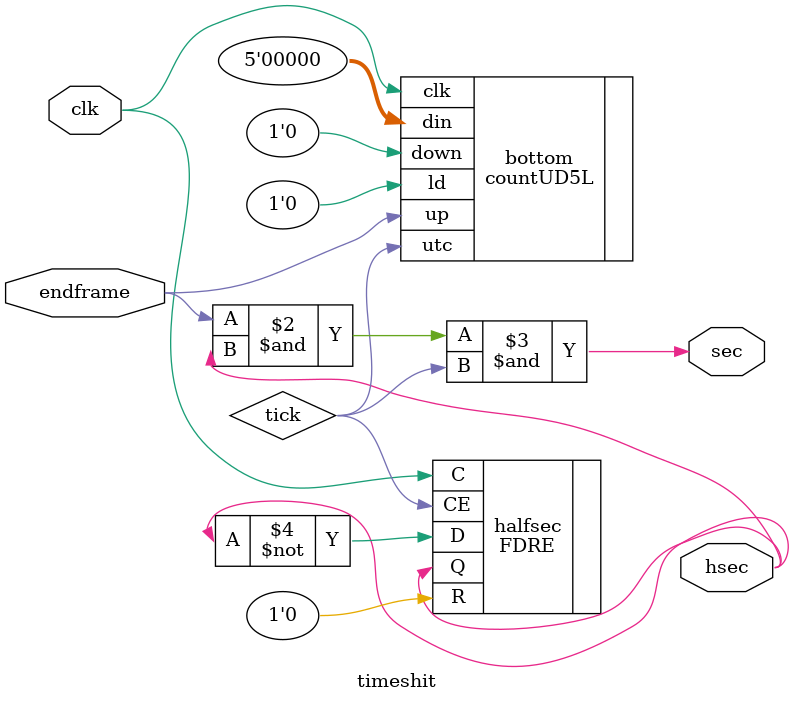
<source format=v>
`timescale 1ns / 1ps


//endframe is from vga counter
//60hz refresh rate = counter for 60 end frames
//hsec is high/low for a full half second
//sec is high for only single clock cycle only every second

module timeshit(
    input endframe,
    input clk,
    output hsec,
    output sec
    );
    
    //high for one clock cycle once frame buffer = 32
    //ie high for one clock cycle every half second
    wire tick, hsec;
    countUD5L bottom (.clk(clk), .up(endframe), .down(1'b0), .ld(1'b0), 
        .din(5'b00000), .utc(tick));
        
    //one extra bit that will toggle itself only on half second
    //FDRE #(.INIT(1'b0) ) halfsec (.C(clk), .R(1'b0), .CE(tick), .D(1'b1 ^ hsec), .Q(hsec));
    FDRE #(.INIT(1'b0) ) halfsec (.C(clk), .R(1'b0), .CE(tick), .D(1'b1 ^ hsec), .Q(hsec));


    //sec is high if hsec is rolling over
    assign sec = endframe & hsec & tick;    
    
endmodule

</source>
